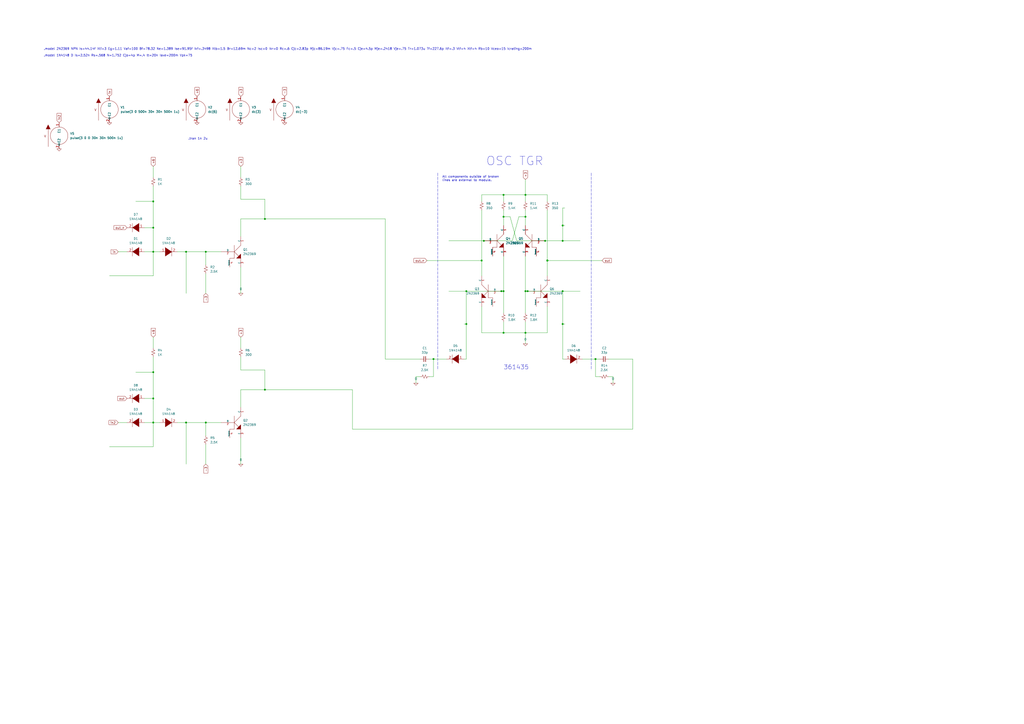
<source format=kicad_sch>
(kicad_sch (version 20211123) (generator eeschema)
  (paper "A2")
  (lib_symbols
    (symbol "Device:C_Small" (pin_numbers hide) (pin_names (offset 0.254) hide)
      (property "Reference" "C" (at 0.254 1.778 0))
      (property "Value" "C_Small" (at 0.254 -2.032 0))
      (symbol "C_Small_0_1"
        (polyline (pts (xy -1.524 -0.508) (xy 1.524 -0.508)) (stroke (width 0.3302)))
        (polyline (pts (xy -1.524 0.508) (xy 1.524 0.508)) (stroke (width 0.3048)))
      )
      (symbol "C_Small_1_1"
        (pin passive line (at 0 2.54 270) (length 2.032) (name "~") (number "1"))
        (pin passive line (at 0 -2.54 90) (length 2.032) (name "~") (number "2"))
      )
    )
    (symbol "Device:R_Small_US" (pin_numbers hide) (pin_names (offset 0.254) hide)
      (property "Reference" "R" (at 0.762 0.508 0))
      (property "Value" "R_Small_US" (at 0.762 -1.016 0))
      (symbol "R_Small_US_1_1"
        (polyline (pts (xy 0 0) (xy 1.016 -0.381) (xy 0 -0.762) (xy -1.016 -1.143) (xy 0 -1.524)))
        (polyline (pts (xy 0 1.524) (xy 1.016 1.143) (xy 0 0.762) (xy -1.016 0.381) (xy 0 0)))
        (pin passive line (at 0 2.54 270) (length 1.016) (name "~") (number "1"))
        (pin passive line (at 0 -2.54 90) (length 1.016) (name "~") (number "2"))
      )
    )
    (symbol "pspice:0" (power) (pin_names (offset 0))
      (property "Value" "0" (at 0 -1.778 0))
      (symbol "0_0_1"
        (polyline (pts (xy -1.27 0) (xy 0 -1.27) (xy 1.27 0) (xy -1.27 0)))
      )
      (symbol "0_1_1"
        (pin power_in line (at 0 0 0) (length 0) hide (name "0") (number "1"))
      )
    )
    (symbol "pspice:DIODE" (pin_names (offset 1.016) hide)
      (property "Reference" "D" (at 0 3.81 0))
      (property "Value" "DIODE" (at 0 -4.445 0))
      (symbol "DIODE_0_1"
        (polyline (pts (xy 1.905 2.54) (xy 1.905 -2.54)))
        (polyline (pts (xy -1.905 2.54) (xy -1.905 -2.54) (xy 1.905 0)) (fill (type outline)))
      )
      (symbol "DIODE_1_1"
        (pin input line (at -5.08 0 0) (length 3.81) (name "K") (number "1"))
        (pin input line (at 5.08 0 180) (length 3.81) (name "A") (number "2"))
      )
    )
    (symbol "pspice:QNPN" (pin_names (offset 0))
      (property "Reference" "Q" (at -2.54 7.62 0))
      (property "Value" "QNPN" (at -2.54 5.08 0))
      (symbol "QNPN_0_0"
        (polyline (pts (xy 0 0) (xy 3.81 -3.81)))
        (polyline (pts (xy 3.81 -3.81) (xy 3.81 -1.27) (xy 1.27 -3.81) (xy 3.81 -3.81)) (fill (type outline)))
      )
      (symbol "QNPN_0_1"
        (polyline (pts (xy 0 -3.81) (xy 0 3.81)))
        (polyline (pts (xy 0 0) (xy 3.81 3.81)))
        (polyline (pts (xy -2.54 -3.81) (xy 0 -3.81) (xy 0 -3.81) (xy 0 -3.81)))
      )
      (symbol "QNPN_1_1"
        (pin passive line (at 3.81 8.89 270) (length 5.08) (name "C") (number "1"))
        (pin input line (at -7.62 0 0) (length 7.62) (name "B") (number "2"))
        (pin passive line (at 3.81 -8.89 90) (length 5.08) (name "E") (number "3"))
        (pin input line (at -2.54 -8.89 90) (length 5.08) (name "Substrat") (number "4"))
      )
    )
    (symbol "pspice:VSOURCE" (pin_names (offset 1.016))
      (property "Reference" "V" (at -6.35 7.62 0))
      (property "Value" "VSOURCE" (at 0 0 0))
      (symbol "VSOURCE_0_1"
        (polyline (pts (xy -6.35 -6.35) (xy -6.35 3.81)) (fill (type outline)))
        (polyline (pts (xy -7.62 3.81) (xy -6.35 6.35) (xy -5.08 3.81)) (fill (type outline)))
        (circle (center 0 0) (radius 5.08))
        (text "V" (at -8.128 -0.254 0) (effects (font (size 1.27 1.27))))
      )
      (symbol "VSOURCE_1_1"
        (pin input line (at 0 7.62 270) (length 2.54) (name "E1") (number "1"))
        (pin input line (at 0 -7.62 90) (length 2.54) (name "E2") (number "2"))
      )
    )
  )
  (junction (at 304.8 113.03))
  (junction (at 326.39 168.91))
  (junction (at 292.1 113.03))
  (junction (at 326.39 187.96))
  (junction (at 326.39 139.7))
  (junction (at 292.1 125.73))
  (junction (at 304.8 193.04))
  (junction (at 270.51 168.91))
  (junction (at 317.5 151.1232))
  (junction (at 290.83 168.91))
  (junction (at 88.9 132.08))
  (junction (at 88.9 146.05))
  (junction (at 306.07 168.91))
  (junction (at 345.44 208.28))
  (junction (at 280.67 139.7))
  (junction (at 270.51 187.96))
  (junction (at 279.4 151.13))
  (junction (at 119.38 245.11))
  (junction (at 251.46 208.28))
  (junction (at 292.1 168.91))
  (junction (at 119.38 146.05))
  (junction (at 107.95 245.11))
  (junction (at 316.23 139.7))
  (junction (at 292.1 193.04))
  (junction (at 88.9 231.14))
  (junction (at 304.8 125.73))
  (junction (at 88.9 245.11))
  (junction (at 107.95 146.05))
  (junction (at 326.39 130.81))
  (junction (at 317.5 151.13))
  (junction (at 88.9 116.84))
  (junction (at 304.8 168.91))
  (junction (at 153.67 127))
  (junction (at 88.9 215.9))
  (junction (at 153.67 226.06))
  (wire (pts (xy 223.52 127) (xy 223.52 208.28)))
  (wire (pts (xy 317.5 121.92) (xy 317.5 151.1232)))
  (wire (pts (xy 68.58 245.11) (xy 73.66 245.11)))
  (wire (pts (xy 83.82 146.05) (xy 88.9 146.05)))
  (wire (pts (xy 353.06 218.44) (xy 355.6 218.44)))
  (wire (pts (xy 107.95 245.11) (xy 119.38 245.11)))
  (wire (pts (xy 317.5 151.1232) (xy 317.5 151.13)))
  (wire (pts (xy 304.8 168.91) (xy 306.07 168.91)))
  (wire (pts (xy 139.7 207.01) (xy 139.7 214.63)))
  (wire (pts (xy 88.9 96.52) (xy 88.9 102.87)))
  (wire (pts (xy 367.03 248.92) (xy 367.03 208.28)))
  (wire (pts (xy 270.51 208.28) (xy 269.24 208.28)))
  (wire (pts (xy 279.4 113.03) (xy 279.4 116.84)))
  (wire (pts (xy 139.7 195.58) (xy 139.7 201.93)))
  (wire (pts (xy 326.39 187.96) (xy 326.39 208.28)))
  (wire (pts (xy 119.38 146.05) (xy 119.38 153.67)))
  (wire (pts (xy 260.35 168.91) (xy 270.51 168.91)))
  (wire (pts (xy 139.7 127) (xy 139.7 137.16)))
  (wire (pts (xy 139.7 154.94) (xy 139.7 170.18)))
  (wire (pts (xy 317.5 151.13) (xy 349.25 151.13)))
  (wire (pts (xy 270.51 187.96) (xy 269.24 187.96)))
  (wire (pts (xy 88.9 146.05) (xy 88.9 160.02)))
  (wire (pts (xy 300.99 125.73) (xy 297.18 139.7)))
  (wire (pts (xy 326.39 208.28) (xy 327.66 208.28)))
  (wire (pts (xy 88.9 107.95) (xy 88.9 116.84)))
  (wire (pts (xy 292.1 193.04) (xy 279.4 193.04)))
  (wire (pts (xy 295.91 125.73) (xy 299.72 139.7)))
  (wire (pts (xy 63.5 259.08) (xy 88.9 259.08)))
  (wire (pts (xy 292.1 121.92) (xy 292.1 125.73)))
  (wire (pts (xy 304.8 148.59) (xy 304.8 168.91)))
  (wire (pts (xy 304.8 104.14) (xy 304.8 113.03)))
  (wire (pts (xy 317.5 177.8) (xy 317.5 193.04)))
  (wire (pts (xy 337.82 208.28) (xy 345.44 208.28)))
  (wire (pts (xy 119.38 158.75) (xy 119.38 170.18)))
  (polyline (pts (xy 342.9 100.33) (xy 342.9 214.63)))
  (wire (pts (xy 317.5 113.03) (xy 317.5 116.84)))
  (wire (pts (xy 139.7 107.95) (xy 139.7 115.57)))
  (wire (pts (xy 248.92 218.44) (xy 251.46 218.44)))
  (wire (pts (xy 204.47 248.92) (xy 367.03 248.92)))
  (wire (pts (xy 88.9 231.14) (xy 83.82 231.14)))
  (wire (pts (xy 292.1 168.91) (xy 292.1 148.59)))
  (wire (pts (xy 153.67 115.57) (xy 153.67 127)))
  (wire (pts (xy 139.7 96.52) (xy 139.7 102.87)))
  (wire (pts (xy 326.39 187.96) (xy 327.66 187.96)))
  (wire (pts (xy 317.5 151.13) (xy 317.5 160.02)))
  (wire (pts (xy 279.4 121.92) (xy 279.4 151.13)))
  (wire (pts (xy 139.7 127) (xy 153.67 127)))
  (wire (pts (xy 139.7 254) (xy 139.7 269.24)))
  (wire (pts (xy 88.9 132.08) (xy 83.82 132.08)))
  (wire (pts (xy 304.8 193.04) (xy 292.1 193.04)))
  (wire (pts (xy 88.9 116.84) (xy 88.9 132.08)))
  (wire (pts (xy 223.52 208.28) (xy 243.84 208.28)))
  (wire (pts (xy 270.51 168.91) (xy 270.51 187.96)))
  (wire (pts (xy 88.9 116.84) (xy 78.74 116.84)))
  (wire (pts (xy 304.8 193.04) (xy 304.8 199.39)))
  (wire (pts (xy 88.9 245.11) (xy 88.9 259.08)))
  (wire (pts (xy 153.67 127) (xy 223.52 127)))
  (wire (pts (xy 102.87 146.05) (xy 107.95 146.05)))
  (wire (pts (xy 107.95 146.05) (xy 119.38 146.05)))
  (wire (pts (xy 345.44 208.28) (xy 347.98 208.28)))
  (wire (pts (xy 326.39 120.65) (xy 326.39 130.81)))
  (wire (pts (xy 247.65 151.13) (xy 279.4 151.13)))
  (wire (pts (xy 88.9 207.01) (xy 88.9 215.9)))
  (wire (pts (xy 88.9 195.58) (xy 88.9 201.93)))
  (wire (pts (xy 88.9 215.9) (xy 88.9 231.14)))
  (wire (pts (xy 88.9 146.05) (xy 92.71 146.05)))
  (wire (pts (xy 355.6 218.44) (xy 355.6 222.25)))
  (wire (pts (xy 304.8 125.73) (xy 300.99 125.73)))
  (wire (pts (xy 306.07 168.91) (xy 326.39 168.91)))
  (wire (pts (xy 292.1 168.91) (xy 292.1 181.61)))
  (wire (pts (xy 304.8 168.91) (xy 304.8 181.61)))
  (wire (pts (xy 251.46 208.28) (xy 248.92 208.28)))
  (wire (pts (xy 326.39 120.65) (xy 327.66 120.65)))
  (wire (pts (xy 153.67 226.06) (xy 204.47 226.06)))
  (wire (pts (xy 326.39 168.91) (xy 326.39 187.96)))
  (wire (pts (xy 119.38 245.11) (xy 119.38 252.73)))
  (wire (pts (xy 270.51 187.96) (xy 270.51 208.28)))
  (wire (pts (xy 280.67 139.7) (xy 297.18 139.7)))
  (wire (pts (xy 139.7 115.57) (xy 153.67 115.57)))
  (wire (pts (xy 304.8 121.92) (xy 304.8 125.73)))
  (wire (pts (xy 270.51 168.91) (xy 290.83 168.91)))
  (wire (pts (xy 204.47 226.06) (xy 204.47 248.92)))
  (wire (pts (xy 279.4 193.04) (xy 279.4 177.8)))
  (wire (pts (xy 139.7 226.06) (xy 139.7 236.22)))
  (wire (pts (xy 88.9 215.9) (xy 78.74 215.9)))
  (wire (pts (xy 367.03 208.28) (xy 353.06 208.28)))
  (wire (pts (xy 304.8 125.73) (xy 304.8 130.81)))
  (wire (pts (xy 260.35 139.7) (xy 280.67 139.7)))
  (wire (pts (xy 292.1 125.73) (xy 292.1 130.81)))
  (wire (pts (xy 326.39 139.7) (xy 336.55 139.7)))
  (wire (pts (xy 292.1 113.03) (xy 292.1 116.84)))
  (wire (pts (xy 326.39 130.81) (xy 327.66 130.81)))
  (wire (pts (xy 326.39 130.81) (xy 326.39 139.7)))
  (wire (pts (xy 290.83 168.91) (xy 292.1 168.91)))
  (wire (pts (xy 304.8 113.03) (xy 304.8 116.84)))
  (wire (pts (xy 316.23 139.7) (xy 326.39 139.7)))
  (wire (pts (xy 317.5 193.04) (xy 304.8 193.04)))
  (wire (pts (xy 292.1 113.03) (xy 304.8 113.03)))
  (wire (pts (xy 88.9 231.14) (xy 88.9 245.11)))
  (wire (pts (xy 63.5 160.02) (xy 88.9 160.02)))
  (wire (pts (xy 68.58 146.05) (xy 73.66 146.05)))
  (wire (pts (xy 102.87 245.11) (xy 107.95 245.11)))
  (wire (pts (xy 88.9 132.08) (xy 88.9 146.05)))
  (wire (pts (xy 119.38 257.81) (xy 119.38 269.24)))
  (wire (pts (xy 241.3 218.44) (xy 241.3 222.25)))
  (polyline (pts (xy 254 100.33) (xy 254 214.63)))
  (wire (pts (xy 243.84 218.44) (xy 241.3 218.44)))
  (wire (pts (xy 304.8 113.03) (xy 317.5 113.03)))
  (wire (pts (xy 119.38 146.05) (xy 128.27 146.05)))
  (wire (pts (xy 107.95 269.24) (xy 107.95 245.11)))
  (wire (pts (xy 139.7 214.63) (xy 153.67 214.63)))
  (wire (pts (xy 299.72 139.7) (xy 316.23 139.7)))
  (wire (pts (xy 279.4 151.13) (xy 279.4 160.02)))
  (wire (pts (xy 251.46 218.44) (xy 251.46 208.28)))
  (wire (pts (xy 153.67 214.63) (xy 153.67 226.06)))
  (wire (pts (xy 83.82 245.11) (xy 88.9 245.11)))
  (wire (pts (xy 345.44 218.44) (xy 345.44 208.28)))
  (wire (pts (xy 139.7 226.06) (xy 153.67 226.06)))
  (wire (pts (xy 279.4 113.03) (xy 292.1 113.03)))
  (wire (pts (xy 292.1 125.73) (xy 295.91 125.73)))
  (wire (pts (xy 347.98 218.44) (xy 345.44 218.44)))
  (wire (pts (xy 107.95 170.18) (xy 107.95 146.05)))
  (wire (pts (xy 251.46 208.28) (xy 259.08 208.28)))
  (wire (pts (xy 326.39 168.91) (xy 336.55 168.91)))
  (wire (pts (xy 119.38 245.11) (xy 128.27 245.11)))
  (wire (pts (xy 304.8 186.69) (xy 304.8 193.04)))
  (wire (pts (xy 88.9 245.11) (xy 92.71 245.11)))
  (wire (pts (xy 292.1 186.69) (xy 292.1 193.04)))
  (text ".model 2N2369 NPN Is=44.14f Xti=3 Eg=1.11 Vaf=100 Bf=78.32 Ne=1.389 Ise=91.95f Ikf=.3498 Xtb=1.5 Br=12.69m Nc=2 Isc=0 Ikr=0 Rc=.6 Cjc=2.83p Mjc=86.19m Vjc=.75 Fc=.5 Cje=4.5p Mje=.2418 Vje=.75 Tr=1.073u Tf=227.6p Itf=.3 Vtf=4 Xtf=4 Rb=10 Vceo=15 Icrating=200m" (at 25.4 29.21 0) (effects (font (size 1.27 1.27)) (justify left bottom)))
  (text ".model 1N4148 D Is=2.52n Rs=.568 N=1.752 Cjo=4p M=.4 tt=20n Iave=200m Vpk=75" (at 25.4 33.02 0) (effects (font (size 1.27 1.27)) (justify left bottom)))
  (text ".tran 1n 2u" (at 109.22 81.28 0) (effects (font (size 1.27 1.27)) (justify left bottom)))
  (text "All components outside of broken\nlines are external to module." (at 256.54 105.41 0) (effects (font (size 1.27 1.27)) (justify left bottom)))
  (text "OSC TGR" (at 281.94 96.52 0) (effects (font (size 5.08 5.08)) (justify left bottom)))
  (text "361435" (at 292.1 214.63 0) (effects (font (size 2.54 2.54)) (justify left bottom)))
  (global_label "-3" (shape input) (at 119.38 170.18 270) (property "Intersheet References" "${INTERSHEET_REFS}" (effects hide)))
  (global_label "in" (shape input) (at 68.58 146.05 180) (property "Intersheet References" "${INTERSHEET_REFS}" (effects hide)))
  (global_label "out_n" (shape input) (at 73.66 132.08 180) (property "Intersheet References" "${INTERSHEET_REFS}" (effects hide)))
  (global_label "+6" (shape input) (at 114.3 55.88 90) (property "Intersheet References" "${INTERSHEET_REFS}" (effects hide)))
  (global_label "-3" (shape input) (at 165.1 55.88 90) (property "Intersheet References" "${INTERSHEET_REFS}" (effects hide)))
  (global_label "in" (shape input) (at 63.5 55.88 90) (property "Intersheet References" "${INTERSHEET_REFS}" (effects hide)))
  (global_label "+6" (shape input) (at 88.9 195.58 90) (property "Intersheet References" "${INTERSHEET_REFS}" (effects hide)))
  (global_label "out_n" (shape input) (at 247.65 151.13 180) (property "Intersheet References" "${INTERSHEET_REFS}" (effects hide)))
  (global_label "+3" (shape input) (at 139.7 96.52 90) (property "Intersheet References" "${INTERSHEET_REFS}" (effects hide)))
  (global_label "in2" (shape input) (at 34.29 71.12 90) (property "Intersheet References" "${INTERSHEET_REFS}" (effects hide)))
  (global_label "+3" (shape input) (at 139.7 55.88 90) (property "Intersheet References" "${INTERSHEET_REFS}" (effects hide)))
  (global_label "+3" (shape input) (at 139.7 195.58 90) (property "Intersheet References" "${INTERSHEET_REFS}" (effects hide)))
  (global_label "out" (shape input) (at 73.66 231.14 180) (property "Intersheet References" "${INTERSHEET_REFS}" (effects hide)))
  (global_label "+6" (shape input) (at 88.9 96.52 90) (property "Intersheet References" "${INTERSHEET_REFS}" (effects hide)))
  (global_label "-3" (shape input) (at 119.38 269.24 270) (property "Intersheet References" "${INTERSHEET_REFS}" (effects hide)))
  (global_label "in2" (shape input) (at 68.58 245.11 180) (property "Intersheet References" "${INTERSHEET_REFS}" (effects hide)))
  (global_label "+3" (shape input) (at 304.8 104.14 90) (property "Intersheet References" "${INTERSHEET_REFS}" (effects hide)))
  (global_label "out" (shape input) (at 349.25 151.13 0) (property "Intersheet References" "${INTERSHEET_REFS}" (effects hide)))
  (symbol (lib_id "Device:R_Small_US") (at 304.8 119.38 180) (unit 1)
    (property "Reference" "R11" (at 307.34 118.1099 0) (effects (justify right)))
    (property "Value" "1.4K" (at 307.34 120.6499 0) (effects (justify right)))
    (property "Footprint" "Resistor_SMD:R_0201_0603Metric" (effects hide))
  )
  (symbol (lib_id "Device:R_Small_US") (at 119.38 156.21 0) (unit 1)
    (property "Reference" "R2" (at 121.92 154.9399 0) (effects (justify left)))
    (property "Value" "2.5K" (at 121.92 157.4799 0) (effects (justify left)))
    (property "Footprint" "Resistor_SMD:R_0201_0603Metric" (effects hide))
    (property "Spice_Primitive" "R" (effects hide))
    (property "Spice_Model" "3600" (effects hide))
    (property "Spice_Netlist_Enabled" "Y" (effects hide))
  )
  (symbol (lib_id "pspice:0") (at 355.6 222.25 0) (unit 1)
    (property "Reference" "#GND?" (effects hide))
    (property "Value" "0" (at 355.6 219.71 0))
  )
  (symbol (lib_id "Device:R_Small_US") (at 139.7 105.41 0) (unit 1)
    (property "Reference" "R3" (at 142.24 104.1399 0) (effects (justify left)))
    (property "Value" "300" (at 142.24 106.6799 0) (effects (justify left)))
    (property "Footprint" "Resistor_SMD:R_0201_0603Metric" (effects hide))
    (property "Spice_Primitive" "R" (effects hide))
    (property "Spice_Model" "750" (effects hide))
    (property "Spice_Netlist_Enabled" "Y" (effects hide))
  )
  (symbol (lib_id "pspice:0") (at 139.7 269.24 0) (unit 1)
    (property "Reference" "#GND07" (effects hide))
    (property "Value" "0" (at 139.7 266.7 0))
  )
  (symbol (lib_id "pspice:0") (at 165.1 71.12 0) (unit 1)
    (property "Reference" "#GND05" (effects hide))
    (property "Value" "0" (at 165.1 68.58 0))
  )
  (symbol (lib_id "pspice:VSOURCE") (at 63.5 63.5 0) (unit 1)
    (property "Reference" "V1" (at 69.85 62.2299 0) (effects (justify left)))
    (property "Value" "pulse(3 0 500n 30n 30n 500n 1u)" (at 69.85 64.7699 0) (effects (justify left)))
  )
  (symbol (lib_id "Device:C_Small") (at 350.52 208.28 270) (mirror x) (unit 1)
    (property "Reference" "C2" (at 350.5137 201.93 90))
    (property "Value" "33p" (at 350.5137 204.47 90))
  )
  (symbol (lib_id "Device:R_Small_US") (at 88.9 105.41 0) (unit 1)
    (property "Reference" "R1" (at 91.44 104.1399 0) (effects (justify left)))
    (property "Value" "1K" (at 91.44 106.6799 0) (effects (justify left)))
    (property "Footprint" "Resistor_SMD:R_0201_0603Metric" (effects hide))
    (property "Spice_Primitive" "R" (effects hide))
    (property "Spice_Model" "2000" (effects hide))
    (property "Spice_Netlist_Enabled" "Y" (effects hide))
  )
  (symbol (lib_id "Device:R_Small_US") (at 119.38 255.27 0) (unit 1)
    (property "Reference" "R5" (at 121.92 253.9999 0) (effects (justify left)))
    (property "Value" "2.5K" (at 121.92 256.5399 0) (effects (justify left)))
    (property "Footprint" "Resistor_SMD:R_0201_0603Metric" (effects hide))
    (property "Spice_Primitive" "R" (effects hide))
    (property "Spice_Model" "3600" (effects hide))
    (property "Spice_Netlist_Enabled" "Y" (effects hide))
  )
  (symbol (lib_id "pspice:DIODE") (at 78.74 231.14 180) (unit 1)
    (property "Reference" "D8" (at 78.74 223.52 0))
    (property "Value" "1N4148" (at 78.74 226.06 0))
  )
  (symbol (lib_id "pspice:DIODE") (at 97.79 146.05 0) (unit 1)
    (property "Reference" "D2" (at 97.79 138.43 0))
    (property "Value" "1N4148" (at 97.79 140.97 0))
  )
  (symbol (lib_id "Device:R_Small_US") (at 317.5 119.38 180) (unit 1)
    (property "Reference" "R13" (at 320.04 118.1099 0) (effects (justify right)))
    (property "Value" "350" (at 320.04 120.6499 0) (effects (justify right)))
    (property "Footprint" "Resistor_SMD:R_0201_0603Metric" (effects hide))
  )
  (symbol (lib_id "pspice:VSOURCE") (at 165.1 63.5 0) (unit 1)
    (property "Reference" "V4" (at 171.45 62.2299 0) (effects (justify left)))
    (property "Value" "dc(-3)" (at 171.45 64.7699 0) (effects (justify left)))
  )
  (symbol (lib_id "Device:R_Small_US") (at 279.4 119.38 180) (unit 1)
    (property "Reference" "R8" (at 281.94 118.1099 0) (effects (justify right)))
    (property "Value" "350" (at 281.94 120.6499 0) (effects (justify right)))
    (property "Footprint" "Resistor_SMD:R_0201_0603Metric" (effects hide))
  )
  (symbol (lib_id "pspice:QNPN") (at 283.21 168.91 0) (mirror y) (unit 1)
    (property "Reference" "Q3" (at 278.13 167.6399 0) (effects (justify left)))
    (property "Value" "2N2369" (at 278.13 170.1799 0) (effects (justify left)))
  )
  (symbol (lib_id "pspice:0") (at 63.5 71.12 0) (unit 1)
    (property "Reference" "#GND01" (effects hide))
    (property "Value" "0" (at 63.5 68.58 0))
  )
  (symbol (lib_id "pspice:0") (at 241.3 222.25 0) (unit 1)
    (property "Reference" "#GND09" (effects hide))
    (property "Value" "0" (at 241.3 219.71 0))
  )
  (symbol (lib_id "pspice:VSOURCE") (at 34.29 78.74 0) (unit 1)
    (property "Reference" "V5" (at 40.64 77.4699 0) (effects (justify left)))
    (property "Value" "pulse(3 0 0 30n 30n 500n 1u)" (at 40.64 80.0099 0) (effects (justify left)))
  )
  (symbol (lib_id "Device:R_Small_US") (at 246.38 218.44 270) (unit 1)
    (property "Reference" "R7" (at 246.38 212.09 90))
    (property "Value" "2.5K" (at 246.38 214.63 90))
    (property "Footprint" "Resistor_SMD:R_0201_0603Metric" (effects hide))
  )
  (symbol (lib_id "Device:R_Small_US") (at 292.1 119.38 180) (unit 1)
    (property "Reference" "R9" (at 294.64 118.1099 0) (effects (justify right)))
    (property "Value" "1.4K" (at 294.64 120.6499 0) (effects (justify right)))
    (property "Footprint" "Resistor_SMD:R_0201_0603Metric" (effects hide))
  )
  (symbol (lib_id "Device:C_Small") (at 246.38 208.28 90) (unit 1)
    (property "Reference" "C1" (at 246.3863 201.93 90))
    (property "Value" "33p" (at 246.3863 204.47 90))
  )
  (symbol (lib_id "pspice:QNPN") (at 308.61 139.7 0) (mirror y) (unit 1)
    (property "Reference" "Q5" (at 303.53 138.4299 0) (effects (justify left)))
    (property "Value" "2N2369" (at 303.53 140.9699 0) (effects (justify left)))
  )
  (symbol (lib_id "Device:R_Small_US") (at 292.1 184.15 180) (unit 1)
    (property "Reference" "R10" (at 294.64 182.8799 0) (effects (justify right)))
    (property "Value" "1.6K" (at 294.64 185.4199 0) (effects (justify right)))
    (property "Footprint" "Resistor_SMD:R_0201_0603Metric" (effects hide))
  )
  (symbol (lib_id "pspice:0") (at 139.7 170.18 0) (unit 1)
    (property "Reference" "#GND04" (effects hide))
    (property "Value" "0" (at 139.7 167.64 0))
  )
  (symbol (lib_id "pspice:0") (at 114.3 71.12 0) (unit 1)
    (property "Reference" "#GND02" (effects hide))
    (property "Value" "0" (at 114.3 68.58 0))
  )
  (symbol (lib_id "Device:R_Small_US") (at 350.52 218.44 90) (mirror x) (unit 1)
    (property "Reference" "R14" (at 350.52 212.09 90))
    (property "Value" "2.5K" (at 350.52 214.63 90))
    (property "Footprint" "Resistor_SMD:R_0201_0603Metric" (effects hide))
  )
  (symbol (lib_id "pspice:QNPN") (at 135.89 245.11 0) (unit 1)
    (property "Reference" "Q2" (at 140.97 243.8399 0) (effects (justify left)))
    (property "Value" "2N2369" (at 140.97 246.3799 0) (effects (justify left)))
  )
  (symbol (lib_id "pspice:QNPN") (at 288.29 139.7 0) (unit 1)
    (property "Reference" "Q4" (at 293.37 138.4299 0) (effects (justify left)))
    (property "Value" "2N2369" (at 293.37 140.9699 0) (effects (justify left)))
  )
  (symbol (lib_id "pspice:DIODE") (at 264.16 208.28 180) (unit 1)
    (property "Reference" "D5" (at 264.16 200.66 0))
    (property "Value" "1N4148" (at 264.16 203.2 0))
  )
  (symbol (lib_id "pspice:DIODE") (at 78.74 245.11 180) (unit 1)
    (property "Reference" "D3" (at 78.74 237.49 0))
    (property "Value" "1N4148" (at 78.74 240.03 0))
  )
  (symbol (lib_id "pspice:QNPN") (at 135.89 146.05 0) (unit 1)
    (property "Reference" "Q1" (at 140.97 144.7799 0) (effects (justify left)))
    (property "Value" "2N2369" (at 140.97 147.3199 0) (effects (justify left)))
  )
  (symbol (lib_id "pspice:0") (at 34.29 86.36 0) (unit 1)
    (property "Reference" "#GND06" (effects hide))
    (property "Value" "0" (at 34.29 83.82 0))
  )
  (symbol (lib_id "pspice:DIODE") (at 78.74 132.08 180) (unit 1)
    (property "Reference" "D7" (at 78.74 124.46 0))
    (property "Value" "1N4148" (at 78.74 127 0))
  )
  (symbol (lib_id "pspice:VSOURCE") (at 139.7 63.5 0) (unit 1)
    (property "Reference" "V3" (at 146.05 62.2299 0) (effects (justify left)))
    (property "Value" "dc(3)" (at 146.05 64.7699 0) (effects (justify left)))
  )
  (symbol (lib_id "pspice:DIODE") (at 78.74 146.05 180) (unit 1)
    (property "Reference" "D1" (at 78.74 138.43 0))
    (property "Value" "1N4148" (at 78.74 140.97 0))
  )
  (symbol (lib_id "pspice:DIODE") (at 332.74 208.28 0) (unit 1)
    (property "Reference" "D6" (at 332.74 200.66 0))
    (property "Value" "1N4148" (at 332.74 203.2 0))
  )
  (symbol (lib_id "pspice:0") (at 304.8 199.39 0) (unit 1)
    (property "Reference" "#GND08" (effects hide))
    (property "Value" "0" (at 304.8 196.85 0))
  )
  (symbol (lib_id "Device:R_Small_US") (at 139.7 204.47 0) (unit 1)
    (property "Reference" "R6" (at 142.24 203.1999 0) (effects (justify left)))
    (property "Value" "300" (at 142.24 205.7399 0) (effects (justify left)))
    (property "Footprint" "Resistor_SMD:R_0201_0603Metric" (effects hide))
    (property "Spice_Primitive" "R" (effects hide))
    (property "Spice_Model" "750" (effects hide))
    (property "Spice_Netlist_Enabled" "Y" (effects hide))
  )
  (symbol (lib_id "Device:R_Small_US") (at 304.8 184.15 180) (unit 1)
    (property "Reference" "R12" (at 307.34 182.8799 0) (effects (justify right)))
    (property "Value" "1.6K" (at 307.34 185.4199 0) (effects (justify right)))
    (property "Footprint" "Resistor_SMD:R_0201_0603Metric" (effects hide))
  )
  (symbol (lib_id "Device:R_Small_US") (at 88.9 204.47 0) (unit 1)
    (property "Reference" "R4" (at 91.44 203.1999 0) (effects (justify left)))
    (property "Value" "1K" (at 91.44 205.7399 0) (effects (justify left)))
    (property "Footprint" "Resistor_SMD:R_0201_0603Metric" (effects hide))
    (property "Spice_Primitive" "R" (effects hide))
    (property "Spice_Model" "2000" (effects hide))
    (property "Spice_Netlist_Enabled" "Y" (effects hide))
  )
  (symbol (lib_id "pspice:QNPN") (at 313.69 168.91 0) (unit 1)
    (property "Reference" "Q6" (at 318.77 167.6399 0) (effects (justify left)))
    (property "Value" "2N2369" (at 318.77 170.1799 0) (effects (justify left)))
  )
  (symbol (lib_id "pspice:VSOURCE") (at 114.3 63.5 0) (unit 1)
    (property "Reference" "V2" (at 120.65 62.2299 0) (effects (justify left)))
    (property "Value" "dc(6)" (at 120.65 64.7699 0) (effects (justify left)))
  )
  (symbol (lib_id "pspice:0") (at 139.7 71.12 0) (unit 1)
    (property "Reference" "#GND03" (effects hide))
    (property "Value" "0" (at 139.7 68.58 0))
  )
  (symbol (lib_id "pspice:DIODE") (at 97.79 245.11 0) (unit 1)
    (property "Reference" "D4" (at 97.79 237.49 0))
    (property "Value" "1N4148" (at 97.79 240.03 0))
  )
)
</source>
